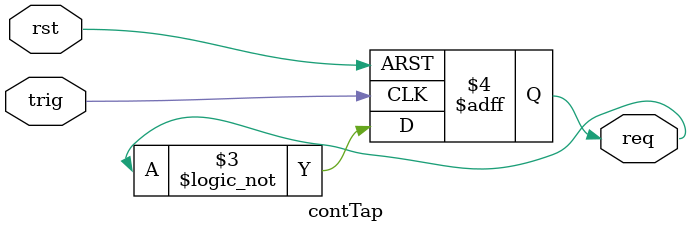
<source format=v>
`timescale 1ns / 1ps

(* dont_touch="true" *)module contTap(
    (*dont_touch = "yes"*)input           trig, 
    (*dont_touch = "yes"*)output  reg     req, 
    (*dont_touch = "yes"*)input           rst
);

always@(posedge trig or negedge rst) begin
    if(!rst)
        req <= 1'b0;
    else
        req <= !req;
end

endmodule

</source>
